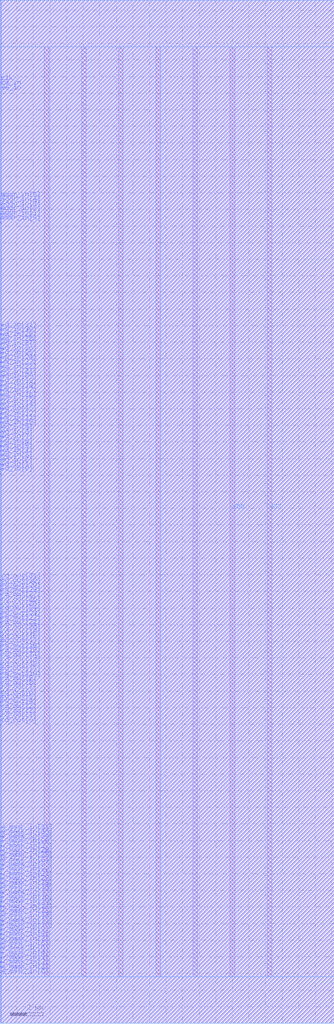
<source format=lef>
VERSION 5.7 ;
BUSBITCHARS "[]" ;
MACRO fakeram45_64x32_upper
  FOREIGN fakeram45_64x32_upper 0 0 ;
  SYMMETRY X Y R90 ;
  SIZE 20.140 BY 61.600 ;
  CLASS BLOCK ;
  PIN w_mask_in[0]
    DIRECTION INPUT ;
    USE SIGNAL ;
    SHAPE ABUTMENT ;
    PORT
      LAYER M3_m ;
      RECT 0.000 2.800 0.070 2.870 ;
    END
  END w_mask_in[0]
  PIN w_mask_in[1]
    DIRECTION INPUT ;
    USE SIGNAL ;
    SHAPE ABUTMENT ;
    PORT
      LAYER M3_m ;
      RECT 0.000 3.080 0.070 3.150 ;
    END
  END w_mask_in[1]
  PIN w_mask_in[2]
    DIRECTION INPUT ;
    USE SIGNAL ;
    SHAPE ABUTMENT ;
    PORT
      LAYER M3_m ;
      RECT 0.000 3.360 0.070 3.430 ;
    END
  END w_mask_in[2]
  PIN w_mask_in[3]
    DIRECTION INPUT ;
    USE SIGNAL ;
    SHAPE ABUTMENT ;
    PORT
      LAYER M3_m ;
      RECT 0.000 3.640 0.070 3.710 ;
    END
  END w_mask_in[3]
  PIN w_mask_in[4]
    DIRECTION INPUT ;
    USE SIGNAL ;
    SHAPE ABUTMENT ;
    PORT
      LAYER M3_m ;
      RECT 0.000 3.920 0.070 3.990 ;
    END
  END w_mask_in[4]
  PIN w_mask_in[5]
    DIRECTION INPUT ;
    USE SIGNAL ;
    SHAPE ABUTMENT ;
    PORT
      LAYER M3_m ;
      RECT 0.000 4.200 0.070 4.270 ;
    END
  END w_mask_in[5]
  PIN w_mask_in[6]
    DIRECTION INPUT ;
    USE SIGNAL ;
    SHAPE ABUTMENT ;
    PORT
      LAYER M3_m ;
      RECT 0.000 4.480 0.070 4.550 ;
    END
  END w_mask_in[6]
  PIN w_mask_in[7]
    DIRECTION INPUT ;
    USE SIGNAL ;
    SHAPE ABUTMENT ;
    PORT
      LAYER M3_m ;
      RECT 0.000 4.760 0.070 4.830 ;
    END
  END w_mask_in[7]
  PIN w_mask_in[8]
    DIRECTION INPUT ;
    USE SIGNAL ;
    SHAPE ABUTMENT ;
    PORT
      LAYER M3_m ;
      RECT 0.000 5.040 0.070 5.110 ;
    END
  END w_mask_in[8]
  PIN w_mask_in[9]
    DIRECTION INPUT ;
    USE SIGNAL ;
    SHAPE ABUTMENT ;
    PORT
      LAYER M3_m ;
      RECT 0.000 5.320 0.070 5.390 ;
    END
  END w_mask_in[9]
  PIN w_mask_in[10]
    DIRECTION INPUT ;
    USE SIGNAL ;
    SHAPE ABUTMENT ;
    PORT
      LAYER M3_m ;
      RECT 0.000 5.600 0.070 5.670 ;
    END
  END w_mask_in[10]
  PIN w_mask_in[11]
    DIRECTION INPUT ;
    USE SIGNAL ;
    SHAPE ABUTMENT ;
    PORT
      LAYER M3_m ;
      RECT 0.000 5.880 0.070 5.950 ;
    END
  END w_mask_in[11]
  PIN w_mask_in[12]
    DIRECTION INPUT ;
    USE SIGNAL ;
    SHAPE ABUTMENT ;
    PORT
      LAYER M3_m ;
      RECT 0.000 6.160 0.070 6.230 ;
    END
  END w_mask_in[12]
  PIN w_mask_in[13]
    DIRECTION INPUT ;
    USE SIGNAL ;
    SHAPE ABUTMENT ;
    PORT
      LAYER M3_m ;
      RECT 0.000 6.440 0.070 6.510 ;
    END
  END w_mask_in[13]
  PIN w_mask_in[14]
    DIRECTION INPUT ;
    USE SIGNAL ;
    SHAPE ABUTMENT ;
    PORT
      LAYER M3_m ;
      RECT 0.000 6.720 0.070 6.790 ;
    END
  END w_mask_in[14]
  PIN w_mask_in[15]
    DIRECTION INPUT ;
    USE SIGNAL ;
    SHAPE ABUTMENT ;
    PORT
      LAYER M3_m ;
      RECT 0.000 7.000 0.070 7.070 ;
    END
  END w_mask_in[15]
  PIN w_mask_in[16]
    DIRECTION INPUT ;
    USE SIGNAL ;
    SHAPE ABUTMENT ;
    PORT
      LAYER M3_m ;
      RECT 0.000 7.280 0.070 7.350 ;
    END
  END w_mask_in[16]
  PIN w_mask_in[17]
    DIRECTION INPUT ;
    USE SIGNAL ;
    SHAPE ABUTMENT ;
    PORT
      LAYER M3_m ;
      RECT 0.000 7.560 0.070 7.630 ;
    END
  END w_mask_in[17]
  PIN w_mask_in[18]
    DIRECTION INPUT ;
    USE SIGNAL ;
    SHAPE ABUTMENT ;
    PORT
      LAYER M3_m ;
      RECT 0.000 7.840 0.070 7.910 ;
    END
  END w_mask_in[18]
  PIN w_mask_in[19]
    DIRECTION INPUT ;
    USE SIGNAL ;
    SHAPE ABUTMENT ;
    PORT
      LAYER M3_m ;
      RECT 0.000 8.120 0.070 8.190 ;
    END
  END w_mask_in[19]
  PIN w_mask_in[20]
    DIRECTION INPUT ;
    USE SIGNAL ;
    SHAPE ABUTMENT ;
    PORT
      LAYER M3_m ;
      RECT 0.000 8.400 0.070 8.470 ;
    END
  END w_mask_in[20]
  PIN w_mask_in[21]
    DIRECTION INPUT ;
    USE SIGNAL ;
    SHAPE ABUTMENT ;
    PORT
      LAYER M3_m ;
      RECT 0.000 8.680 0.070 8.750 ;
    END
  END w_mask_in[21]
  PIN w_mask_in[22]
    DIRECTION INPUT ;
    USE SIGNAL ;
    SHAPE ABUTMENT ;
    PORT
      LAYER M3_m ;
      RECT 0.000 8.960 0.070 9.030 ;
    END
  END w_mask_in[22]
  PIN w_mask_in[23]
    DIRECTION INPUT ;
    USE SIGNAL ;
    SHAPE ABUTMENT ;
    PORT
      LAYER M3_m ;
      RECT 0.000 9.240 0.070 9.310 ;
    END
  END w_mask_in[23]
  PIN w_mask_in[24]
    DIRECTION INPUT ;
    USE SIGNAL ;
    SHAPE ABUTMENT ;
    PORT
      LAYER M3_m ;
      RECT 0.000 9.520 0.070 9.590 ;
    END
  END w_mask_in[24]
  PIN w_mask_in[25]
    DIRECTION INPUT ;
    USE SIGNAL ;
    SHAPE ABUTMENT ;
    PORT
      LAYER M3_m ;
      RECT 0.000 9.800 0.070 9.870 ;
    END
  END w_mask_in[25]
  PIN w_mask_in[26]
    DIRECTION INPUT ;
    USE SIGNAL ;
    SHAPE ABUTMENT ;
    PORT
      LAYER M3_m ;
      RECT 0.000 10.080 0.070 10.150 ;
    END
  END w_mask_in[26]
  PIN w_mask_in[27]
    DIRECTION INPUT ;
    USE SIGNAL ;
    SHAPE ABUTMENT ;
    PORT
      LAYER M3_m ;
      RECT 0.000 10.360 0.070 10.430 ;
    END
  END w_mask_in[27]
  PIN w_mask_in[28]
    DIRECTION INPUT ;
    USE SIGNAL ;
    SHAPE ABUTMENT ;
    PORT
      LAYER M3_m ;
      RECT 0.000 10.640 0.070 10.710 ;
    END
  END w_mask_in[28]
  PIN w_mask_in[29]
    DIRECTION INPUT ;
    USE SIGNAL ;
    SHAPE ABUTMENT ;
    PORT
      LAYER M3_m ;
      RECT 0.000 10.920 0.070 10.990 ;
    END
  END w_mask_in[29]
  PIN w_mask_in[30]
    DIRECTION INPUT ;
    USE SIGNAL ;
    SHAPE ABUTMENT ;
    PORT
      LAYER M3_m ;
      RECT 0.000 11.200 0.070 11.270 ;
    END
  END w_mask_in[30]
  PIN w_mask_in[31]
    DIRECTION INPUT ;
    USE SIGNAL ;
    SHAPE ABUTMENT ;
    PORT
      LAYER M3_m ;
      RECT 0.000 11.480 0.070 11.550 ;
    END
  END w_mask_in[31]
  PIN rd_out[0]
    DIRECTION OUTPUT ;
    USE SIGNAL ;
    SHAPE ABUTMENT ;
    PORT
      LAYER M3_m ;
      RECT 0.000 17.920 0.070 17.990 ;
    END
  END rd_out[0]
  PIN rd_out[1]
    DIRECTION OUTPUT ;
    USE SIGNAL ;
    SHAPE ABUTMENT ;
    PORT
      LAYER M3_m ;
      RECT 0.000 18.200 0.070 18.270 ;
    END
  END rd_out[1]
  PIN rd_out[2]
    DIRECTION OUTPUT ;
    USE SIGNAL ;
    SHAPE ABUTMENT ;
    PORT
      LAYER M3_m ;
      RECT 0.000 18.480 0.070 18.550 ;
    END
  END rd_out[2]
  PIN rd_out[3]
    DIRECTION OUTPUT ;
    USE SIGNAL ;
    SHAPE ABUTMENT ;
    PORT
      LAYER M3_m ;
      RECT 0.000 18.760 0.070 18.830 ;
    END
  END rd_out[3]
  PIN rd_out[4]
    DIRECTION OUTPUT ;
    USE SIGNAL ;
    SHAPE ABUTMENT ;
    PORT
      LAYER M3_m ;
      RECT 0.000 19.040 0.070 19.110 ;
    END
  END rd_out[4]
  PIN rd_out[5]
    DIRECTION OUTPUT ;
    USE SIGNAL ;
    SHAPE ABUTMENT ;
    PORT
      LAYER M3_m ;
      RECT 0.000 19.320 0.070 19.390 ;
    END
  END rd_out[5]
  PIN rd_out[6]
    DIRECTION OUTPUT ;
    USE SIGNAL ;
    SHAPE ABUTMENT ;
    PORT
      LAYER M3_m ;
      RECT 0.000 19.600 0.070 19.670 ;
    END
  END rd_out[6]
  PIN rd_out[7]
    DIRECTION OUTPUT ;
    USE SIGNAL ;
    SHAPE ABUTMENT ;
    PORT
      LAYER M3_m ;
      RECT 0.000 19.880 0.070 19.950 ;
    END
  END rd_out[7]
  PIN rd_out[8]
    DIRECTION OUTPUT ;
    USE SIGNAL ;
    SHAPE ABUTMENT ;
    PORT
      LAYER M3_m ;
      RECT 0.000 20.160 0.070 20.230 ;
    END
  END rd_out[8]
  PIN rd_out[9]
    DIRECTION OUTPUT ;
    USE SIGNAL ;
    SHAPE ABUTMENT ;
    PORT
      LAYER M3_m ;
      RECT 0.000 20.440 0.070 20.510 ;
    END
  END rd_out[9]
  PIN rd_out[10]
    DIRECTION OUTPUT ;
    USE SIGNAL ;
    SHAPE ABUTMENT ;
    PORT
      LAYER M3_m ;
      RECT 0.000 20.720 0.070 20.790 ;
    END
  END rd_out[10]
  PIN rd_out[11]
    DIRECTION OUTPUT ;
    USE SIGNAL ;
    SHAPE ABUTMENT ;
    PORT
      LAYER M3_m ;
      RECT 0.000 21.000 0.070 21.070 ;
    END
  END rd_out[11]
  PIN rd_out[12]
    DIRECTION OUTPUT ;
    USE SIGNAL ;
    SHAPE ABUTMENT ;
    PORT
      LAYER M3_m ;
      RECT 0.000 21.280 0.070 21.350 ;
    END
  END rd_out[12]
  PIN rd_out[13]
    DIRECTION OUTPUT ;
    USE SIGNAL ;
    SHAPE ABUTMENT ;
    PORT
      LAYER M3_m ;
      RECT 0.000 21.560 0.070 21.630 ;
    END
  END rd_out[13]
  PIN rd_out[14]
    DIRECTION OUTPUT ;
    USE SIGNAL ;
    SHAPE ABUTMENT ;
    PORT
      LAYER M3_m ;
      RECT 0.000 21.840 0.070 21.910 ;
    END
  END rd_out[14]
  PIN rd_out[15]
    DIRECTION OUTPUT ;
    USE SIGNAL ;
    SHAPE ABUTMENT ;
    PORT
      LAYER M3_m ;
      RECT 0.000 22.120 0.070 22.190 ;
    END
  END rd_out[15]
  PIN rd_out[16]
    DIRECTION OUTPUT ;
    USE SIGNAL ;
    SHAPE ABUTMENT ;
    PORT
      LAYER M3_m ;
      RECT 0.000 22.400 0.070 22.470 ;
    END
  END rd_out[16]
  PIN rd_out[17]
    DIRECTION OUTPUT ;
    USE SIGNAL ;
    SHAPE ABUTMENT ;
    PORT
      LAYER M3_m ;
      RECT 0.000 22.680 0.070 22.750 ;
    END
  END rd_out[17]
  PIN rd_out[18]
    DIRECTION OUTPUT ;
    USE SIGNAL ;
    SHAPE ABUTMENT ;
    PORT
      LAYER M3_m ;
      RECT 0.000 22.960 0.070 23.030 ;
    END
  END rd_out[18]
  PIN rd_out[19]
    DIRECTION OUTPUT ;
    USE SIGNAL ;
    SHAPE ABUTMENT ;
    PORT
      LAYER M3_m ;
      RECT 0.000 23.240 0.070 23.310 ;
    END
  END rd_out[19]
  PIN rd_out[20]
    DIRECTION OUTPUT ;
    USE SIGNAL ;
    SHAPE ABUTMENT ;
    PORT
      LAYER M3_m ;
      RECT 0.000 23.520 0.070 23.590 ;
    END
  END rd_out[20]
  PIN rd_out[21]
    DIRECTION OUTPUT ;
    USE SIGNAL ;
    SHAPE ABUTMENT ;
    PORT
      LAYER M3_m ;
      RECT 0.000 23.800 0.070 23.870 ;
    END
  END rd_out[21]
  PIN rd_out[22]
    DIRECTION OUTPUT ;
    USE SIGNAL ;
    SHAPE ABUTMENT ;
    PORT
      LAYER M3_m ;
      RECT 0.000 24.080 0.070 24.150 ;
    END
  END rd_out[22]
  PIN rd_out[23]
    DIRECTION OUTPUT ;
    USE SIGNAL ;
    SHAPE ABUTMENT ;
    PORT
      LAYER M3_m ;
      RECT 0.000 24.360 0.070 24.430 ;
    END
  END rd_out[23]
  PIN rd_out[24]
    DIRECTION OUTPUT ;
    USE SIGNAL ;
    SHAPE ABUTMENT ;
    PORT
      LAYER M3_m ;
      RECT 0.000 24.640 0.070 24.710 ;
    END
  END rd_out[24]
  PIN rd_out[25]
    DIRECTION OUTPUT ;
    USE SIGNAL ;
    SHAPE ABUTMENT ;
    PORT
      LAYER M3_m ;
      RECT 0.000 24.920 0.070 24.990 ;
    END
  END rd_out[25]
  PIN rd_out[26]
    DIRECTION OUTPUT ;
    USE SIGNAL ;
    SHAPE ABUTMENT ;
    PORT
      LAYER M3_m ;
      RECT 0.000 25.200 0.070 25.270 ;
    END
  END rd_out[26]
  PIN rd_out[27]
    DIRECTION OUTPUT ;
    USE SIGNAL ;
    SHAPE ABUTMENT ;
    PORT
      LAYER M3_m ;
      RECT 0.000 25.480 0.070 25.550 ;
    END
  END rd_out[27]
  PIN rd_out[28]
    DIRECTION OUTPUT ;
    USE SIGNAL ;
    SHAPE ABUTMENT ;
    PORT
      LAYER M3_m ;
      RECT 0.000 25.760 0.070 25.830 ;
    END
  END rd_out[28]
  PIN rd_out[29]
    DIRECTION OUTPUT ;
    USE SIGNAL ;
    SHAPE ABUTMENT ;
    PORT
      LAYER M3_m ;
      RECT 0.000 26.040 0.070 26.110 ;
    END
  END rd_out[29]
  PIN rd_out[30]
    DIRECTION OUTPUT ;
    USE SIGNAL ;
    SHAPE ABUTMENT ;
    PORT
      LAYER M3_m ;
      RECT 0.000 26.320 0.070 26.390 ;
    END
  END rd_out[30]
  PIN rd_out[31]
    DIRECTION OUTPUT ;
    USE SIGNAL ;
    SHAPE ABUTMENT ;
    PORT
      LAYER M3_m ;
      RECT 0.000 26.600 0.070 26.670 ;
    END
  END rd_out[31]
  PIN wd_in[0]
    DIRECTION INPUT ;
    USE SIGNAL ;
    SHAPE ABUTMENT ;
    PORT
      LAYER M3_m ;
      RECT 0.000 33.040 0.070 33.110 ;
    END
  END wd_in[0]
  PIN wd_in[1]
    DIRECTION INPUT ;
    USE SIGNAL ;
    SHAPE ABUTMENT ;
    PORT
      LAYER M3_m ;
      RECT 0.000 33.320 0.070 33.390 ;
    END
  END wd_in[1]
  PIN wd_in[2]
    DIRECTION INPUT ;
    USE SIGNAL ;
    SHAPE ABUTMENT ;
    PORT
      LAYER M3_m ;
      RECT 0.000 33.600 0.070 33.670 ;
    END
  END wd_in[2]
  PIN wd_in[3]
    DIRECTION INPUT ;
    USE SIGNAL ;
    SHAPE ABUTMENT ;
    PORT
      LAYER M3_m ;
      RECT 0.000 33.880 0.070 33.950 ;
    END
  END wd_in[3]
  PIN wd_in[4]
    DIRECTION INPUT ;
    USE SIGNAL ;
    SHAPE ABUTMENT ;
    PORT
      LAYER M3_m ;
      RECT 0.000 34.160 0.070 34.230 ;
    END
  END wd_in[4]
  PIN wd_in[5]
    DIRECTION INPUT ;
    USE SIGNAL ;
    SHAPE ABUTMENT ;
    PORT
      LAYER M3_m ;
      RECT 0.000 34.440 0.070 34.510 ;
    END
  END wd_in[5]
  PIN wd_in[6]
    DIRECTION INPUT ;
    USE SIGNAL ;
    SHAPE ABUTMENT ;
    PORT
      LAYER M3_m ;
      RECT 0.000 34.720 0.070 34.790 ;
    END
  END wd_in[6]
  PIN wd_in[7]
    DIRECTION INPUT ;
    USE SIGNAL ;
    SHAPE ABUTMENT ;
    PORT
      LAYER M3_m ;
      RECT 0.000 35.000 0.070 35.070 ;
    END
  END wd_in[7]
  PIN wd_in[8]
    DIRECTION INPUT ;
    USE SIGNAL ;
    SHAPE ABUTMENT ;
    PORT
      LAYER M3_m ;
      RECT 0.000 35.280 0.070 35.350 ;
    END
  END wd_in[8]
  PIN wd_in[9]
    DIRECTION INPUT ;
    USE SIGNAL ;
    SHAPE ABUTMENT ;
    PORT
      LAYER M3_m ;
      RECT 0.000 35.560 0.070 35.630 ;
    END
  END wd_in[9]
  PIN wd_in[10]
    DIRECTION INPUT ;
    USE SIGNAL ;
    SHAPE ABUTMENT ;
    PORT
      LAYER M3_m ;
      RECT 0.000 35.840 0.070 35.910 ;
    END
  END wd_in[10]
  PIN wd_in[11]
    DIRECTION INPUT ;
    USE SIGNAL ;
    SHAPE ABUTMENT ;
    PORT
      LAYER M3_m ;
      RECT 0.000 36.120 0.070 36.190 ;
    END
  END wd_in[11]
  PIN wd_in[12]
    DIRECTION INPUT ;
    USE SIGNAL ;
    SHAPE ABUTMENT ;
    PORT
      LAYER M3_m ;
      RECT 0.000 36.400 0.070 36.470 ;
    END
  END wd_in[12]
  PIN wd_in[13]
    DIRECTION INPUT ;
    USE SIGNAL ;
    SHAPE ABUTMENT ;
    PORT
      LAYER M3_m ;
      RECT 0.000 36.680 0.070 36.750 ;
    END
  END wd_in[13]
  PIN wd_in[14]
    DIRECTION INPUT ;
    USE SIGNAL ;
    SHAPE ABUTMENT ;
    PORT
      LAYER M3_m ;
      RECT 0.000 36.960 0.070 37.030 ;
    END
  END wd_in[14]
  PIN wd_in[15]
    DIRECTION INPUT ;
    USE SIGNAL ;
    SHAPE ABUTMENT ;
    PORT
      LAYER M3_m ;
      RECT 0.000 37.240 0.070 37.310 ;
    END
  END wd_in[15]
  PIN wd_in[16]
    DIRECTION INPUT ;
    USE SIGNAL ;
    SHAPE ABUTMENT ;
    PORT
      LAYER M3_m ;
      RECT 0.000 37.520 0.070 37.590 ;
    END
  END wd_in[16]
  PIN wd_in[17]
    DIRECTION INPUT ;
    USE SIGNAL ;
    SHAPE ABUTMENT ;
    PORT
      LAYER M3_m ;
      RECT 0.000 37.800 0.070 37.870 ;
    END
  END wd_in[17]
  PIN wd_in[18]
    DIRECTION INPUT ;
    USE SIGNAL ;
    SHAPE ABUTMENT ;
    PORT
      LAYER M3_m ;
      RECT 0.000 38.080 0.070 38.150 ;
    END
  END wd_in[18]
  PIN wd_in[19]
    DIRECTION INPUT ;
    USE SIGNAL ;
    SHAPE ABUTMENT ;
    PORT
      LAYER M3_m ;
      RECT 0.000 38.360 0.070 38.430 ;
    END
  END wd_in[19]
  PIN wd_in[20]
    DIRECTION INPUT ;
    USE SIGNAL ;
    SHAPE ABUTMENT ;
    PORT
      LAYER M3_m ;
      RECT 0.000 38.640 0.070 38.710 ;
    END
  END wd_in[20]
  PIN wd_in[21]
    DIRECTION INPUT ;
    USE SIGNAL ;
    SHAPE ABUTMENT ;
    PORT
      LAYER M3_m ;
      RECT 0.000 38.920 0.070 38.990 ;
    END
  END wd_in[21]
  PIN wd_in[22]
    DIRECTION INPUT ;
    USE SIGNAL ;
    SHAPE ABUTMENT ;
    PORT
      LAYER M3_m ;
      RECT 0.000 39.200 0.070 39.270 ;
    END
  END wd_in[22]
  PIN wd_in[23]
    DIRECTION INPUT ;
    USE SIGNAL ;
    SHAPE ABUTMENT ;
    PORT
      LAYER M3_m ;
      RECT 0.000 39.480 0.070 39.550 ;
    END
  END wd_in[23]
  PIN wd_in[24]
    DIRECTION INPUT ;
    USE SIGNAL ;
    SHAPE ABUTMENT ;
    PORT
      LAYER M3_m ;
      RECT 0.000 39.760 0.070 39.830 ;
    END
  END wd_in[24]
  PIN wd_in[25]
    DIRECTION INPUT ;
    USE SIGNAL ;
    SHAPE ABUTMENT ;
    PORT
      LAYER M3_m ;
      RECT 0.000 40.040 0.070 40.110 ;
    END
  END wd_in[25]
  PIN wd_in[26]
    DIRECTION INPUT ;
    USE SIGNAL ;
    SHAPE ABUTMENT ;
    PORT
      LAYER M3_m ;
      RECT 0.000 40.320 0.070 40.390 ;
    END
  END wd_in[26]
  PIN wd_in[27]
    DIRECTION INPUT ;
    USE SIGNAL ;
    SHAPE ABUTMENT ;
    PORT
      LAYER M3_m ;
      RECT 0.000 40.600 0.070 40.670 ;
    END
  END wd_in[27]
  PIN wd_in[28]
    DIRECTION INPUT ;
    USE SIGNAL ;
    SHAPE ABUTMENT ;
    PORT
      LAYER M3_m ;
      RECT 0.000 40.880 0.070 40.950 ;
    END
  END wd_in[28]
  PIN wd_in[29]
    DIRECTION INPUT ;
    USE SIGNAL ;
    SHAPE ABUTMENT ;
    PORT
      LAYER M3_m ;
      RECT 0.000 41.160 0.070 41.230 ;
    END
  END wd_in[29]
  PIN wd_in[30]
    DIRECTION INPUT ;
    USE SIGNAL ;
    SHAPE ABUTMENT ;
    PORT
      LAYER M3_m ;
      RECT 0.000 41.440 0.070 41.510 ;
    END
  END wd_in[30]
  PIN wd_in[31]
    DIRECTION INPUT ;
    USE SIGNAL ;
    SHAPE ABUTMENT ;
    PORT
      LAYER M3_m ;
      RECT 0.000 41.720 0.070 41.790 ;
    END
  END wd_in[31]
  PIN addr_in[0]
    DIRECTION INPUT ;
    USE SIGNAL ;
    SHAPE ABUTMENT ;
    PORT
      LAYER M3_m ;
      RECT 0.000 48.160 0.070 48.230 ;
    END
  END addr_in[0]
  PIN addr_in[1]
    DIRECTION INPUT ;
    USE SIGNAL ;
    SHAPE ABUTMENT ;
    PORT
      LAYER M3_m ;
      RECT 0.000 48.440 0.070 48.510 ;
    END
  END addr_in[1]
  PIN addr_in[2]
    DIRECTION INPUT ;
    USE SIGNAL ;
    SHAPE ABUTMENT ;
    PORT
      LAYER M3_m ;
      RECT 0.000 48.720 0.070 48.790 ;
    END
  END addr_in[2]
  PIN addr_in[3]
    DIRECTION INPUT ;
    USE SIGNAL ;
    SHAPE ABUTMENT ;
    PORT
      LAYER M3_m ;
      RECT 0.000 49.000 0.070 49.070 ;
    END
  END addr_in[3]
  PIN addr_in[4]
    DIRECTION INPUT ;
    USE SIGNAL ;
    SHAPE ABUTMENT ;
    PORT
      LAYER M3_m ;
      RECT 0.000 49.280 0.070 49.350 ;
    END
  END addr_in[4]
  PIN addr_in[5]
    DIRECTION INPUT ;
    USE SIGNAL ;
    SHAPE ABUTMENT ;
    PORT
      LAYER M3_m ;
      RECT 0.000 49.560 0.070 49.630 ;
    END
  END addr_in[5]
  PIN we_in
    DIRECTION INPUT ;
    USE SIGNAL ;
    SHAPE ABUTMENT ;
    PORT
      LAYER M3_m ;
      RECT 0.000 56.000 0.070 56.070 ;
    END
  END we_in
  PIN ce_in
    DIRECTION INPUT ;
    USE SIGNAL ;
    SHAPE ABUTMENT ;
    PORT
      LAYER M3_m ;
      RECT 0.000 56.280 0.070 56.350 ;
    END
  END ce_in
  PIN clk
    DIRECTION INPUT ;
    USE SIGNAL ;
    SHAPE ABUTMENT ;
    PORT
      LAYER M3_m ;
      RECT 0.000 56.560 0.070 56.630 ;
    END
  END clk
  PIN VSS
    DIRECTION INOUT ;
    USE GROUND ;
    PORT
      LAYER M4_m ;
      RECT 2.660 2.800 2.940 58.800 ;
      RECT 7.140 2.800 7.420 58.800 ;
      RECT 11.620 2.800 11.900 58.800 ;
      RECT 16.100 2.800 16.380 58.800 ;
    END
  END VSS
  PIN VDD
    DIRECTION INOUT ;
    USE POWER ;
    PORT
      LAYER M4_m ;
      RECT 4.900 2.800 5.180 58.800 ;
      RECT 9.380 2.800 9.660 58.800 ;
      RECT 13.860 2.800 14.140 58.800 ;
    END
  END VDD
  OBS
    LAYER M1_m ;
    RECT 0 0 20.140 61.600 ;
    LAYER M2_m ;
    RECT 0 0 20.140 61.600 ;
    LAYER M3_m ;
    RECT 0.070 0 20.140 61.600 ;
    RECT 0 0.000 0.070 2.800 ;
    RECT 0 2.870 0.070 3.080 ;
    RECT 0 3.150 0.070 3.360 ;
    RECT 0 3.430 0.070 3.640 ;
    RECT 0 3.710 0.070 3.920 ;
    RECT 0 3.990 0.070 4.200 ;
    RECT 0 4.270 0.070 4.480 ;
    RECT 0 4.550 0.070 4.760 ;
    RECT 0 4.830 0.070 5.040 ;
    RECT 0 5.110 0.070 5.320 ;
    RECT 0 5.390 0.070 5.600 ;
    RECT 0 5.670 0.070 5.880 ;
    RECT 0 5.950 0.070 6.160 ;
    RECT 0 6.230 0.070 6.440 ;
    RECT 0 6.510 0.070 6.720 ;
    RECT 0 6.790 0.070 7.000 ;
    RECT 0 7.070 0.070 7.280 ;
    RECT 0 7.350 0.070 7.560 ;
    RECT 0 7.630 0.070 7.840 ;
    RECT 0 7.910 0.070 8.120 ;
    RECT 0 8.190 0.070 8.400 ;
    RECT 0 8.470 0.070 8.680 ;
    RECT 0 8.750 0.070 8.960 ;
    RECT 0 9.030 0.070 9.240 ;
    RECT 0 9.310 0.070 9.520 ;
    RECT 0 9.590 0.070 9.800 ;
    RECT 0 9.870 0.070 10.080 ;
    RECT 0 10.150 0.070 10.360 ;
    RECT 0 10.430 0.070 10.640 ;
    RECT 0 10.710 0.070 10.920 ;
    RECT 0 10.990 0.070 11.200 ;
    RECT 0 11.270 0.070 11.480 ;
    RECT 0 11.550 0.070 17.920 ;
    RECT 0 17.990 0.070 18.200 ;
    RECT 0 18.270 0.070 18.480 ;
    RECT 0 18.550 0.070 18.760 ;
    RECT 0 18.830 0.070 19.040 ;
    RECT 0 19.110 0.070 19.320 ;
    RECT 0 19.390 0.070 19.600 ;
    RECT 0 19.670 0.070 19.880 ;
    RECT 0 19.950 0.070 20.160 ;
    RECT 0 20.230 0.070 20.440 ;
    RECT 0 20.510 0.070 20.720 ;
    RECT 0 20.790 0.070 21.000 ;
    RECT 0 21.070 0.070 21.280 ;
    RECT 0 21.350 0.070 21.560 ;
    RECT 0 21.630 0.070 21.840 ;
    RECT 0 21.910 0.070 22.120 ;
    RECT 0 22.190 0.070 22.400 ;
    RECT 0 22.470 0.070 22.680 ;
    RECT 0 22.750 0.070 22.960 ;
    RECT 0 23.030 0.070 23.240 ;
    RECT 0 23.310 0.070 23.520 ;
    RECT 0 23.590 0.070 23.800 ;
    RECT 0 23.870 0.070 24.080 ;
    RECT 0 24.150 0.070 24.360 ;
    RECT 0 24.430 0.070 24.640 ;
    RECT 0 24.710 0.070 24.920 ;
    RECT 0 24.990 0.070 25.200 ;
    RECT 0 25.270 0.070 25.480 ;
    RECT 0 25.550 0.070 25.760 ;
    RECT 0 25.830 0.070 26.040 ;
    RECT 0 26.110 0.070 26.320 ;
    RECT 0 26.390 0.070 26.600 ;
    RECT 0 26.670 0.070 33.040 ;
    RECT 0 33.110 0.070 33.320 ;
    RECT 0 33.390 0.070 33.600 ;
    RECT 0 33.670 0.070 33.880 ;
    RECT 0 33.950 0.070 34.160 ;
    RECT 0 34.230 0.070 34.440 ;
    RECT 0 34.510 0.070 34.720 ;
    RECT 0 34.790 0.070 35.000 ;
    RECT 0 35.070 0.070 35.280 ;
    RECT 0 35.350 0.070 35.560 ;
    RECT 0 35.630 0.070 35.840 ;
    RECT 0 35.910 0.070 36.120 ;
    RECT 0 36.190 0.070 36.400 ;
    RECT 0 36.470 0.070 36.680 ;
    RECT 0 36.750 0.070 36.960 ;
    RECT 0 37.030 0.070 37.240 ;
    RECT 0 37.310 0.070 37.520 ;
    RECT 0 37.590 0.070 37.800 ;
    RECT 0 37.870 0.070 38.080 ;
    RECT 0 38.150 0.070 38.360 ;
    RECT 0 38.430 0.070 38.640 ;
    RECT 0 38.710 0.070 38.920 ;
    RECT 0 38.990 0.070 39.200 ;
    RECT 0 39.270 0.070 39.480 ;
    RECT 0 39.550 0.070 39.760 ;
    RECT 0 39.830 0.070 40.040 ;
    RECT 0 40.110 0.070 40.320 ;
    RECT 0 40.390 0.070 40.600 ;
    RECT 0 40.670 0.070 40.880 ;
    RECT 0 40.950 0.070 41.160 ;
    RECT 0 41.230 0.070 41.440 ;
    RECT 0 41.510 0.070 41.720 ;
    RECT 0 41.790 0.070 48.160 ;
    RECT 0 48.230 0.070 48.440 ;
    RECT 0 48.510 0.070 48.720 ;
    RECT 0 48.790 0.070 49.000 ;
    RECT 0 49.070 0.070 49.280 ;
    RECT 0 49.350 0.070 49.560 ;
    RECT 0 49.630 0.070 56.000 ;
    RECT 0 56.070 0.070 56.280 ;
    RECT 0 56.350 0.070 56.560 ;
    RECT 0 56.630 0.070 61.600 ;
    LAYER M4_m ;
    RECT 0 0 20.140 2.800 ;
    RECT 0 58.800 20.140 61.600 ;
    RECT 0.000 2.800 2.660 58.800 ;
    RECT 2.940 2.800 4.900 58.800 ;
    RECT 5.180 2.800 7.140 58.800 ;
    RECT 7.420 2.800 9.380 58.800 ;
    RECT 9.660 2.800 11.620 58.800 ;
    RECT 11.900 2.800 13.860 58.800 ;
    RECT 14.140 2.800 16.100 58.800 ;
    RECT 16.380 2.800 20.140 58.800 ;
  END
END fakeram45_64x32_upper

END LIBRARY

</source>
